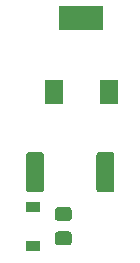
<source format=gbr>
G04 #@! TF.GenerationSoftware,KiCad,Pcbnew,(5.99.0-1101-g9de7547c2)*
G04 #@! TF.CreationDate,2020-03-19T22:24:47-06:00*
G04 #@! TF.ProjectId,pcb-power,7063622d-706f-4776-9572-2e6b69636164,rev?*
G04 #@! TF.SameCoordinates,Original*
G04 #@! TF.FileFunction,Paste,Top*
G04 #@! TF.FilePolarity,Positive*
%FSLAX46Y46*%
G04 Gerber Fmt 4.6, Leading zero omitted, Abs format (unit mm)*
G04 Created by KiCad (PCBNEW (5.99.0-1101-g9de7547c2)) date 2020-03-19 22:24:47*
%MOMM*%
%LPD*%
G01*
G04 APERTURE LIST*
%ADD10R,1.500000X2.000000*%
%ADD11R,3.800000X2.000000*%
%ADD12R,1.200000X0.900000*%
G04 APERTURE END LIST*
D10*
X99300000Y-90780000D03*
X103900000Y-90780000D03*
D11*
X101600000Y-84480000D03*
G36*
X98265109Y-95880038D02*
G01*
X98346247Y-95934253D01*
X98400462Y-96015391D01*
X98419500Y-96111100D01*
X98419500Y-98960900D01*
X98400462Y-99056609D01*
X98346247Y-99137747D01*
X98265109Y-99191962D01*
X98169400Y-99211000D01*
X97144600Y-99211000D01*
X97048891Y-99191962D01*
X96967753Y-99137747D01*
X96913538Y-99056609D01*
X96894500Y-98960900D01*
X96894500Y-96111100D01*
X96913538Y-96015391D01*
X96967753Y-95934253D01*
X97048891Y-95880038D01*
X97144600Y-95861000D01*
X98169400Y-95861000D01*
X98265109Y-95880038D01*
G37*
G36*
X104240171Y-95880030D02*
G01*
X104321277Y-95934223D01*
X104375470Y-96015329D01*
X104394500Y-96110999D01*
X104394500Y-98961001D01*
X104375470Y-99056671D01*
X104321277Y-99137777D01*
X104240171Y-99191970D01*
X104144501Y-99211000D01*
X103119499Y-99211000D01*
X103023829Y-99191970D01*
X102942723Y-99137777D01*
X102888530Y-99056671D01*
X102869500Y-98961001D01*
X102869500Y-96110999D01*
X102888530Y-96015329D01*
X102942723Y-95934223D01*
X103023829Y-95880030D01*
X103119499Y-95861000D01*
X104144501Y-95861000D01*
X104240171Y-95880030D01*
G37*
G36*
X100621671Y-100527030D02*
G01*
X100702777Y-100581223D01*
X100756970Y-100662329D01*
X100776000Y-100757999D01*
X100776000Y-101408001D01*
X100756970Y-101503671D01*
X100702777Y-101584777D01*
X100621671Y-101638970D01*
X100526001Y-101658000D01*
X99625999Y-101658000D01*
X99530329Y-101638970D01*
X99449223Y-101584777D01*
X99395030Y-101503671D01*
X99376000Y-101408001D01*
X99376000Y-100757999D01*
X99395030Y-100662329D01*
X99449223Y-100581223D01*
X99530329Y-100527030D01*
X99625999Y-100508000D01*
X100526001Y-100508000D01*
X100621671Y-100527030D01*
G37*
G36*
X100621671Y-102577030D02*
G01*
X100702777Y-102631223D01*
X100756970Y-102712329D01*
X100776000Y-102807999D01*
X100776000Y-103458001D01*
X100756970Y-103553671D01*
X100702777Y-103634777D01*
X100621671Y-103688970D01*
X100526001Y-103708000D01*
X99625999Y-103708000D01*
X99530329Y-103688970D01*
X99449223Y-103634777D01*
X99395030Y-103553671D01*
X99376000Y-103458001D01*
X99376000Y-102807999D01*
X99395030Y-102712329D01*
X99449223Y-102631223D01*
X99530329Y-102577030D01*
X99625999Y-102558000D01*
X100526001Y-102558000D01*
X100621671Y-102577030D01*
G37*
D12*
X97536000Y-100458000D03*
X97536000Y-103758000D03*
M02*

</source>
